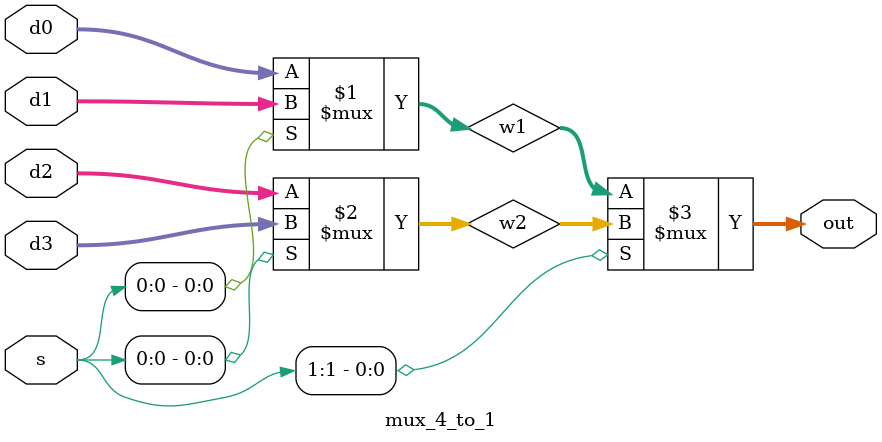
<source format=v>
module mux_8_to_1(
	input [31:0] d0, d1, d2, d3, d4, d5, d6, d7,
	input [2:0] s,
	output [31:0] out
	);
	
	wire [31:0] w1, w2;
	
   mux_4_to_1 mux_1(d0, d1, d2, d3, s[1:0], w1);
   mux_4_to_1 mux_2(d4, d5, d6, d7, s[1:0], w2);
	
	assign out = s[2] ? w2 : w1;
    
endmodule

module mux_4_to_1(
	input [31:0] d0,d1,d2,d3,
	input [1:0] s,
	output [31:0] out
	);
	
	wire [31:0] w1, w2;
	
	assign w1 = s[0] ? d1 : d0;
	assign w2 = s[0] ? d3 : d2;
	
	assign out = s[1] ? w2 : w1;

endmodule




</source>
